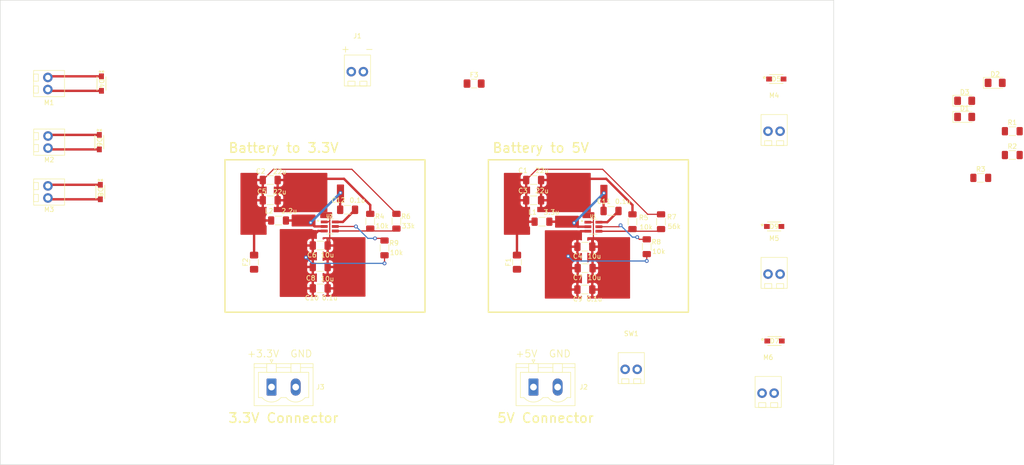
<source format=kicad_pcb>
(kicad_pcb (version 20211014) (generator pcbnew)
  (layers (0 "F.Cu" signal) (31 "B.Cu" signal) (34 "B.Paste" user) (35 "F.Paste" user) (36 "B.SilkS" user "B.Silkscreen") (37 "F.SilkS" user "F.Silkscreen") (38 "B.Mask" user) (39 "F.Mask" user) (44 "Edge.Cuts" user))
  (net 0 "")
  (net 1 "+5V")
  (net 2 "GND")
  (net 3 "+3.3V")
  (net 4 "/vin")
  (net 5 "/sw1")
  (net 6 "/vbst1")
  (net 7 "/sw2")
  (net 8 "/vbst2")
  (net 9 "/vfb2")
  (net 10 "/vfb1")
  (net 11 "/en1")
  (net 12 "/en2")
  (net 13 "/vout1")
  (net 14 "/vout2")
  (net 15 "Net-(D1-Pad2)")
  (net 16 "+12V")
  (net 17 "Net-(D2-Pad2)")
  (net 18 "Net-(D3-Pad1)")
  (net 19 "Net-(D3-Pad2)")
  (footprint "RB070MM:DIO_RB051MM_ROM-M" (layer "F.Cu") (at 230.45 34.045)
    (fp_text reference "D5" (at 0 0 unlocked) (layer "F.SilkS"))
    (fp_text value "D")
    (fp_text user "*" (at -2.5019 0) (layer "F.SilkS"))
    (fp_text user "*" (at -2.5019 0 unlocked) (layer "F.SilkS"))
    (fp_line (start 1.4224 -0.9271) (end -1.4224 -0.9271) (layer "F.SilkS") (width 0.1524))
    (fp_line (start -1.4224 0.9271) (end 1.4224 0.9271) (layer "F.SilkS") (width 0.1524))
    (pad "1" smd rect (at -1.524 0) (size 1.1938 1.0414) (layers "F.Cu" "F.Paste" "F.Mask") (net 16 "+12V"))
    (pad "2" smd rect (at 1.524 0) (size 1.1938 1.0414) (layers "F.Cu" "F.Paste" "F.Mask") (net 2 "GND"))
    (zone (net 0) (net_name "") (layer "F.Cu") (connect_pads (clearance 0)) (min_thickness 0.254)
      (keepout (tracks not_allowed) (vias not_allowed) (pads allowed) (copperpour not_allowed) (footprints allowed))
      (fill (thermal_gap 0.508) (thermal_bridge_width 0.508))
      (polygon (pts (xy 229.5737 33.2957) (xy 231.3263 33.2957) (xy 231.3263 34.7943) (xy 229.5737 34.7943)))
    )
  )
  (footprint "Capacitor_SMD:C_1206_3216Metric_Pad1.33x1.80mm_HandSolder" (layer "F.Cu") (at 134.6875 73.5 180)
    (fp_text reference "C8" (at 2 -2.35) (layer "F.SilkS"))
    (fp_text value "10u" (at -1.5 -2.5) (layer "F.SilkS"))
    (fp_line (start -0.711252 -0.91) (end 0.711252 -0.91) (layer "F.SilkS") (width 0.12))
    (fp_line (start -0.711252 0.91) (end 0.711252 0.91) (layer "F.SilkS") (width 0.12))
    (pad "1" smd roundrect (at -1.5625 0 180) (size 1.325 1.8) (layers "F.Cu" "F.Paste" "F.Mask") (roundrect_rratio 0.188679) (net 2 "GND"))
    (pad "2" smd roundrect (at 1.5625 0 180) (size 1.325 1.8) (layers "F.Cu" "F.Paste" "F.Mask") (roundrect_rratio 0.188679) (net 4 "/vin"))
  )
  (footprint "Power_Dist:Molex_Screw_Term_0397730002" (layer "F.Cu") (at 230 75)
    (fp_text reference "M5" (at 0 -7.5 unlocked) (layer "F.SilkS"))
    (fp_text value "Motor_DC")
    (fp_rect (start -0.5 3) (end -2 2) (layer "F.SilkS") (width 0.12) (fill none))
    (fp_rect (start -2.75 -3.5) (end 2.75 3) (layer "F.SilkS") (width 0.12) (fill none))
    (fp_rect (start 2 3) (end 0.5 2) (layer "F.SilkS") (width 0.12) (fill none))
    (pad "1" thru_hole circle (at -1.29 0) (size 2 2) (drill 1.1) (layers *.Cu *.Mask) (net 16 "+12V"))
    (pad "2" thru_hole circle (at 1.25 0) (size 2 2) (drill 1.1) (layers *.Cu *.Mask) (net 2 "GND"))
  )
  (footprint "Power_Dist:Molex_Screw_Term_0397730002" (layer "F.Cu") (at 77.532 47.298 -90)
    (fp_text reference "M2" (at 3.702 -0.25 unlocked) (layer "F.SilkS"))
    (fp_text value "Motor_DC")
    (fp_rect (start -2.75 -3.5) (end 2.75 3) (layer "F.SilkS") (width 0.12) (fill none))
    (fp_rect (start 2 3) (end 0.5 2) (layer "F.SilkS") (width 0.12) (fill none))
    (fp_rect (start -0.5 3) (end -2 2) (layer "F.SilkS") (width 0.12) (fill none))
    (pad "1" thru_hole circle (at -1.29 0 270) (size 2 2) (drill 1.1) (layers *.Cu *.Mask) (net 16 "+12V"))
    (pad "2" thru_hole circle (at 1.25 0 270) (size 2 2) (drill 1.1) (layers *.Cu *.Mask) (net 2 "GND"))
  )
  (footprint "Capacitor_SMD:C_1206_3216Metric_Pad1.33x1.80mm_HandSolder" (layer "F.Cu") (at 179.5 59.5)
    (fp_text reference "C3" (at -2.25 -2) (layer "F.SilkS"))
    (fp_text value "22u" (at 1.75 -2) (layer "F.SilkS"))
    (fp_line (start -0.711252 -0.91) (end 0.711252 -0.91) (layer "F.SilkS") (width 0.12))
    (fp_line (start -0.711252 0.91) (end 0.711252 0.91) (layer "F.SilkS") (width 0.12))
    (pad "1" smd roundrect (at -1.5625 0) (size 1.325 1.8) (layers "F.Cu" "F.Paste" "F.Mask") (roundrect_rratio 0.188679) (net 13 "/vout1"))
    (pad "2" smd roundrect (at 1.5625 0) (size 1.325 1.8) (layers "F.Cu" "F.Paste" "F.Mask") (roundrect_rratio 0.188679) (net 2 "GND"))
  )
  (footprint "Resistor_SMD:R_1206_3216Metric_Pad1.30x1.75mm_HandSolder" (layer "F.Cu") (at 181.25 64)
    (fp_text reference "L1" (at -2 -2) (layer "F.SilkS"))
    (fp_text value "3.3u" (at 2 -2) (layer "F.SilkS"))
    (fp_line (start -0.727064 -0.91) (end 0.727064 -0.91) (layer "F.SilkS") (width 0.12))
    (fp_line (start -0.727064 0.91) (end 0.727064 0.91) (layer "F.SilkS") (width 0.12))
    (pad "1" smd roundrect (at -1.55 0) (size 1.3 1.75) (layers "F.Cu" "F.Paste" "F.Mask") (roundrect_rratio 0.192308) (net 13 "/vout1"))
    (pad "2" smd roundrect (at 1.55 0) (size 1.3 1.75) (layers "F.Cu" "F.Paste" "F.Mask") (roundrect_rratio 0.192308) (net 5 "/sw1"))
  )
  (footprint "RB070MM:DIO_RB051MM_ROM-M" (layer "F.Cu") (at 88.75 35 -90)
    (fp_text reference "D4" (at 0 0 -90 unlocked) (layer "F.SilkS"))
    (fp_text value "D")
    (fp_text user "*" (at -2.5019 0 90) (layer "F.SilkS"))
    (fp_text user "*" (at -2.5019 0 -90 unlocked) (layer "F.SilkS"))
    (fp_line (start -1.4224 0.9271) (end 1.4224 0.9271) (layer "F.SilkS") (width 0.1524))
    (fp_line (start 1.4224 -0.9271) (end -1.4224 -0.9271) (layer "F.SilkS") (width 0.1524))
    (pad "1" smd rect (at -1.524 0 270) (size 1.1938 1.0414) (layers "F.Cu" "F.Paste" "F.Mask") (net 16 "+12V"))
    (pad "2" smd rect (at 1.524 0 270) (size 1.1938 1.0414) (layers "F.Cu" "F.Paste" "F.Mask") (net 2 "GND"))
    (zone (net 0) (net_name "") (layer "F.Cu") (connect_pads (clearance 0)) (min_thickness 0.254)
      (keepout (tracks not_allowed) (vias not_allowed) (pads allowed) (copperpour not_allowed) (footprints allowed))
      (fill (thermal_gap 0.508) (thermal_bridge_width 0.508))
      (polygon (pts (xy 89.4993 34.1237) (xy 89.4993 35.8763) (xy 88.0007 35.8763) (xy 88.0007 34.1237)))
    )
  )
  (footprint "Power_Dist:Molex_Screw_Term_0397730002" (layer "F.Cu") (at 228.75 100)
    (fp_text reference "M6" (at 0 -7.5 unlocked) (layer "F.SilkS"))
    (fp_text value "Motor_DC")
    (fp_rect (start -2.75 -3.5) (end 2.75 3) (layer "F.SilkS") (width 0.12) (fill none))
    (fp_rect (start 2 3) (end 0.5 2) (layer "F.SilkS") (width 0.12) (fill none))
    (fp_rect (start -0.5 3) (end -2 2) (layer "F.SilkS") (width 0.12) (fill none))
    (pad "1" thru_hole circle (at -1.29 0) (size 2 2) (drill 1.1) (layers *.Cu *.Mask) (net 16 "+12V"))
    (pad "2" thru_hole circle (at 1.25 0) (size 2 2) (drill 1.1) (layers *.Cu *.Mask) (net 2 "GND"))
  )
  (footprint "Capacitor_SMD:C_1206_3216Metric_Pad1.33x1.80mm_HandSolder" (layer "F.Cu") (at 190.25 69.25 180)
    (fp_text reference "C4" (at 1.5 -2) (layer "F.SilkS"))
    (fp_text value "10u" (at -2 -2) (layer "F.SilkS"))
    (fp_line (start -0.711252 -0.91) (end 0.711252 -0.91) (layer "F.SilkS") (width 0.12))
    (fp_line (start -0.711252 0.91) (end 0.711252 0.91) (layer "F.SilkS") (width 0.12))
    (pad "1" smd roundrect (at -1.5625 0 180) (size 1.325 1.8) (layers "F.Cu" "F.Paste" "F.Mask") (roundrect_rratio 0.188679) (net 2 "GND"))
    (pad "2" smd roundrect (at 1.5625 0 180) (size 1.325 1.8) (layers "F.Cu" "F.Paste" "F.Mask") (roundrect_rratio 0.188679) (net 4 "/vin"))
  )
  (footprint "LED_SMD:LED_1206_3216Metric_Pad1.42x1.75mm_HandSolder" (layer "F.Cu") (at 270 38.61)
    (fp_text reference "D3" (at 0 -1.82) (layer "F.SilkS"))
    (fp_text value "LED")
    (fp_line (start -2.46 1.135) (end 1.6 1.135) (layer "F.SilkS") (width 0.12))
    (fp_line (start 1.6 -1.135) (end -2.46 -1.135) (layer "F.SilkS") (width 0.12))
    (fp_line (start -2.46 -1.135) (end -2.46 1.135) (layer "F.SilkS") (width 0.12))
    (pad "1" smd roundrect (at -1.4875 0) (size 1.425 1.75) (layers "F.Cu" "F.Paste" "F.Mask") (roundrect_rratio 0.175439) (net 18 "Net-(D3-Pad1)"))
    (pad "2" smd roundrect (at 1.4875 0) (size 1.425 1.75) (layers "F.Cu" "F.Paste" "F.Mask") (roundrect_rratio 0.175439) (net 19 "Net-(D3-Pad2)"))
  )
  (footprint "Resistor_SMD:R_1206_3216Metric_Pad1.30x1.75mm_HandSolder" (layer "F.Cu") (at 280 45)
    (fp_text reference "R1" (at 0 -1.82) (layer "F.SilkS"))
    (fp_text value "10k")
    (fp_line (start -0.727064 0.91) (end 0.727064 0.91) (layer "F.SilkS") (width 0.12))
    (fp_line (start -0.727064 -0.91) (end 0.727064 -0.91) (layer "F.SilkS") (width 0.12))
    (pad "1" smd roundrect (at -1.55 0) (size 1.3 1.75) (layers "F.Cu" "F.Paste" "F.Mask") (roundrect_rratio 0.192308) (net 13 "/vout1"))
    (pad "2" smd roundrect (at 1.55 0) (size 1.3 1.75) (layers "F.Cu" "F.Paste" "F.Mask") (roundrect_rratio 0.192308) (net 15 "Net-(D1-Pad2)"))
  )
  (footprint "Capacitor_SMD:C_1206_3216Metric_Pad1.33x1.80mm_HandSolder" (layer "F.Cu") (at 190.25 78.25 180)
    (fp_text reference "C9" (at 1.5 -2) (layer "F.SilkS"))
    (fp_text value "0.1u" (at -2 -2) (layer "F.SilkS"))
    (fp_line (start -0.711252 0.91) (end 0.711252 0.91) (layer "F.SilkS") (width 0.12))
    (fp_line (start -0.711252 -0.91) (end 0.711252 -0.91) (layer "F.SilkS") (width 0.12))
    (pad "1" smd roundrect (at -1.5625 0 180) (size 1.325 1.8) (layers "F.Cu" "F.Paste" "F.Mask") (roundrect_rratio 0.188679) (net 2 "GND"))
    (pad "2" smd roundrect (at 1.5625 0 180) (size 1.325 1.8) (layers "F.Cu" "F.Paste" "F.Mask") (roundrect_rratio 0.188679) (net 4 "/vin"))
  )
  (footprint "Resistor_SMD:R_1206_3216Metric_Pad1.30x1.75mm_HandSolder" (layer "F.Cu") (at 125.9375 63.75)
    (fp_text reference "L2" (at -2 -2) (layer "F.SilkS"))
    (fp_text value "2.2u" (at 2.25 -2) (layer "F.SilkS"))
    (fp_line (start -0.727064 0.91) (end 0.727064 0.91) (layer "F.SilkS") (width 0.12))
    (fp_line (start -0.727064 -0.91) (end 0.727064 -0.91) (layer "F.SilkS") (width 0.12))
    (pad "1" smd roundrect (at -1.55 0) (size 1.3 1.75) (layers "F.Cu" "F.Paste" "F.Mask") (roundrect_rratio 0.192308) (net 14 "/vout2"))
    (pad "2" smd roundrect (at 1.55 0) (size 1.3 1.75) (layers "F.Cu" "F.Paste" "F.Mask") (roundrect_rratio 0.192308) (net 7 "/sw2"))
  )
  (footprint "Capacitor_SMD:C_1206_3216Metric_Pad1.33x1.80mm_HandSolder" (layer "F.Cu") (at 179.5 55.25)
    (fp_text reference "C1" (at -2.25 -2) (layer "F.SilkS"))
    (fp_text value "22u" (at 1.75 -2) (layer "F.SilkS"))
    (fp_line (start -0.711252 -0.91) (end 0.711252 -0.91) (layer "F.SilkS") (width 0.12))
    (fp_line (start -0.711252 0.91) (end 0.711252 0.91) (layer "F.SilkS") (width 0.12))
    (pad "1" smd roundrect (at -1.5625 0) (size 1.325 1.8) (layers "F.Cu" "F.Paste" "F.Mask") (roundrect_rratio 0.188679) (net 13 "/vout1"))
    (pad "2" smd roundrect (at 1.5625 0) (size 1.325 1.8) (layers "F.Cu" "F.Paste" "F.Mask") (roundrect_rratio 0.188679) (net 2 "GND"))
  )
  (footprint "Capacitor_SMD:C_1206_3216Metric_Pad1.33x1.80mm_HandSolder" (layer "F.Cu") (at 140.4375 61.5)
    (fp_text reference "C12" (at -1.9375 -2) (layer "F.SilkS"))
    (fp_text value "0.1u" (at 2.0625 -2) (layer "F.SilkS"))
    (fp_line (start -0.711252 -0.91) (end 0.711252 -0.91) (layer "F.SilkS") (width 0.12))
    (fp_line (start -0.711252 0.91) (end 0.711252 0.91) (layer "F.SilkS") (width 0.12))
    (pad "1" smd roundrect (at -1.5625 0) (size 1.325 1.8) (layers "F.Cu" "F.Paste" "F.Mask") (roundrect_rratio 0.188679) (net 7 "/sw2"))
    (pad "2" smd roundrect (at 1.5625 0) (size 1.325 1.8) (layers "F.Cu" "F.Paste" "F.Mask") (roundrect_rratio 0.188679) (net 8 "/vbst2"))
  )
  (footprint "Fuse:Fuse_1206_3216Metric_Pad1.42x1.75mm_HandSolder" (layer "F.Cu") (at 120.8 72.5 90)
    (fp_text reference "F2" (at 0 -1.82 90) (layer "F.SilkS"))
    (fp_text value "Fuse")
    (fp_line (start -0.602064 -0.91) (end 0.602064 -0.91) (layer "F.SilkS") (width 0.12))
    (fp_line (start -0.602064 0.91) (end 0.602064 0.91) (layer "F.SilkS") (width 0.12))
    (pad "1" smd roundrect (at -1.4875 0 90) (size 1.425 1.75) (layers "F.Cu" "F.Paste" "F.Mask") (roundrect_rratio 0.175439) (net 3 "+3.3V"))
    (pad "2" smd roundrect (at 1.4875 0 90) (size 1.425 1.75) (layers "F.Cu" "F.Paste" "F.Mask") (roundrect_rratio 0.175439) (net 14 "/vout2"))
  )
  (footprint "Power_Dist:TPS565201" (layer "F.Cu") (at 192.05 65.05375)
    (fp_text reference "U1" (at -0.068 -2.2064) (layer "F.SilkS") (effects (font (size 0.64 0.64))))
    (fp_text value "TPS565201")
    (fp_line (start -0.8 1.565) (end 0.8 1.565) (layer "F.SilkS") (width 0.127))
    (fp_line (start -0.8 -1.565) (end 0.8 -1.565) (layer "F.SilkS") (width 0.127))
    (fp_circle (center -2.4 -1.2) (end -2.3 -1.2) (layer "F.SilkS") (width 0.2) (fill none))
    (pad "1" smd roundrect (at -1.155 -0.95) (size 1.45 0.59) (layers "F.Cu" "F.Paste" "F.Mask") (roundrect_rratio 0.07) (net 2 "GND"))
    (pad "2" smd roundrect (at -1.155 0) (size 1.45 0.59) (layers "F.Cu" "F.Paste" "F.Mask") (roundrect_rratio 0.07) (net 5 "/sw1"))
    (pad "3" smd roundrect (at -1.155 0.95) (size 1.45 0.59) (layers "F.Cu" "F.Paste" "F.Mask") (roundrect_rratio 0.07) (net 4 "/vin"))
    (pad "4" smd roundrect (at 1.155 0.95) (size 1.45 0.59) (layers "F.Cu" "F.Paste" "F.Mask") (roundrect_rratio 0.07) (net 10 "/vfb1"))
    (pad "5" smd roundrect (at 1.155 0) (size 1.45 0.59) (layers "F.Cu" "F.Paste" "F.Mask") (roundrect_rratio 0.07) (net 11 "/en1"))
    (pad "6" smd roundrect (at 1.155 -0.95) (size 1.45 0.59) (layers "F.Cu" "F.Paste" "F.Mask") (roundrect_rratio 0.07) (net 6 "/vbst1"))
  )
  (footprint "Power_Dist:Molex_Screw_Term_0397730002" (layer "F.Cu") (at 142.5 32.5)
    (fp_text reference "J1" (at 0 -7.5 unlocked) (layer "F.SilkS"))
    (fp_text value "Battery Connector")
    (fp_rect (start 2 3) (end 0.5 2) (layer "F.SilkS") (width 0.12) (fill none))
    (fp_rect (start -2.75 -3.5) (end 2.75 3) (layer "F.SilkS") (width 0.12) (fill none))
    (fp_rect (start -0.5 3) (end -2 2) (layer "F.SilkS") (width 0.12) (fill none))
    (pad "1" thru_hole circle (at -1.29 0) (size 2 2) (drill 1.1) (layers *.Cu *.Mask) (net 4 "/vin"))
    (pad "2" thru_hole circle (at 1.25 0) (size 2 2) (drill 1.1) (layers *.Cu *.Mask) (net 2 "GND"))
  )
  (footprint "RB070MM:DIO_RB051MM_ROM-M" (layer "F.Cu") (at 88.3048 47.298 -90)
    (fp_text reference "D6" (at 0 0 -90 unlocked) (layer "F.SilkS"))
    (fp_text value "D")
    (fp_text user "*" (at -2.5019 0 90) (layer "F.SilkS"))
    (fp_text user "*" (at -2.5019 0 -90 unlocked) (layer "F.SilkS"))
    (fp_line (start 1.4224 -0.9271) (end -1.4224 -0.9271) (layer "F.SilkS") (width 0.1524))
    (fp_line (start -1.4224 0.9271) (end 1.4224 0.9271) (layer "F.SilkS") (width 0.1524))
    (pad "1" smd rect (at -1.524 0 270) (size 1.1938 1.0414) (layers "F.Cu" "F.Paste" "F.Mask") (net 16 "+12V"))
    (pad "2" smd rect (at 1.524 0 270) (size 1.1938 1.0414) (layers "F.Cu" "F.Paste" "F.Mask") (net 2 "GND"))
    (zone (net 0) (net_name "") (layer "F.Cu") (connect_pads (clearance 0)) (min_thickness 0.254)
      (keepout (tracks not_allowed) (vias not_allowed) (pads allowed) (copperpour not_allowed) (footprints allowed))
      (fill (thermal_gap 0.508) (thermal_bridge_width 0.508))
      (polygon (pts (xy 89.0541 46.4217) (xy 89.0541 48.1743) (xy 87.5555 48.1743) (xy 87.5555 46.4217)))
    )
  )
  (footprint "Connector_Phoenix_MSTB:PhoenixContact_MSTBVA_2,5_2-G-5,08_1x02_P5.08mm_Vertical" (layer "F.Cu") (at 124.46 98.7225)
    (fp_text reference "J3" (at 10.250289 0) (layer "F.SilkS"))
    (fp_text value "3.3V Connector" (at 2.5 6.5) (layer "F.SilkS") (effects (font (size 2 2) (thickness 0.3))))
    (fp_line (start 6.08 -4.91) (end 6.08 -3.1) (layer "F.SilkS") (width 0.12))
    (fp_line (start 8.73 3.91) (end 8.73 -4.91) (layer "F.SilkS") (width 0.12))
    (fp_line (start -2.74 2.2) (end -2.74 -3.1) (layer "F.SilkS") (width 0.12))
    (fp_line (start 4.08 -4.91) (end 6.08 -4.91) (layer "F.SilkS") (width 0.12))
    (fp_line (start -1 -4.91) (end 1 -4.91) (layer "F.SilkS") (width 0.12))
    (fp_line (start 0.3 -5.71) (end 0 -5.11) (layer "F.SilkS") (width 0.12))
    (fp_line (start -3.65 3.91) (end 8.73 3.91) (layer "F.SilkS") (width 0.12))
    (fp_line (start -0.3 -5.71) (end 0.3 -5.71) (layer "F.SilkS") (width 0.12))
    (fp_line (start -2 2.2) (end -2.74 2.2) (layer "F.SilkS") (width 0.12))
    (fp_line (start -3.65 -4.91) (end -3.65 3.91) (layer "F.SilkS") (width 0.12))
    (fp_line (start 1 -4.91) (end 1 -3.1) (layer "F.SilkS") (width 0.12))
    (fp_line (start 6.08 -3.1) (end 4.08 -3.1) (layer "F.SilkS") (width 0.12))
    (fp_line (start 4.08 -3.1) (end 4.08 -4.91) (layer "F.SilkS") (width 0.12))
    (fp_line (start 8.73 -4.1) (end 6.19 -4.1) (layer "F.SilkS") (width 0.12))
    (fp_line (start -2.74 -3.1) (end 7.82 -3.1) (layer "F.SilkS") (width 0.12))
    (fp_line (start 0 -5.11) (end -0.3 -5.71) (layer "F.SilkS") (width 0.12))
    (fp_line (start 1 -4.1) (end 4.08 -4.1) (layer "F.SilkS") (width 0.12))
    (fp_line (start 7.82 2.2) (end 7.08 2.2) (layer "F.SilkS") (width 0.12))
    (fp_line (start 2 2.2) (end 3.08 2.2) (layer "F.SilkS") (width 0.12))
    (fp_line (start -1 -3.1) (end -1 -4.91) (layer "F.SilkS") (width 0.12))
    (fp_line (start 7.82 -3.1) (end 7.82 2.2) (layer "F.SilkS") (width 0.12))
    (fp_line (start 8.73 -4.91) (end -3.65 -4.91) (layer "F.SilkS") (width 0.12))
    (fp_line (start 1 -3.1) (end -1 -3.1) (layer "F.SilkS") (width 0.12))
    (fp_line (start -3.65 -4.1) (end -1.11 -4.1) (layer "F.SilkS") (width 0.12))
    (fp_arc (start 1.986842 2.215821) (mid -0.010289 3.142758) (end -2 2.2) (layer "F.SilkS") (width 0.12))
    (fp_arc (start 7.066842 2.215821) (mid 5.069711 3.142758) (end 3.08 2.2) (layer "F.SilkS") (width 0.12))
    (pad "1" thru_hole roundrect (at 0 0) (size 2.08 3.6) (drill 1.4) (layers *.Cu *.Mask) (roundrect_rratio 0.120192) (net 3 "+3.3V"))
    (pad "2" thru_hole oval (at 5.08 0) (size 2.08 3.6) (drill 1.4) (layers *.Cu *.Mask) (net 2 "GND"))
  )
  (footprint "Resistor_SMD:R_1206_3216Metric_Pad1.30x1.75mm_HandSolder" (layer "F.Cu") (at 200.25 64 -90)
    (fp_text reference "R5" (at -0.85 -2.35) (layer "F.SilkS"))
    (fp_text value "10k" (at 1.15 -2.85 180) (layer "F.SilkS"))
    (fp_line (start -0.727064 -0.91) (end 0.727064 -0.91) (layer "F.SilkS") (width 0.12))
    (fp_line (start -0.727064 0.91) (end 0.727064 0.91) (layer "F.SilkS") (width 0.12))
    (pad "1" smd roundrect (at -1.55 0 270) (size 1.3 1.75) (layers "F.Cu" "F.Paste" "F.Mask") (roundrect_rratio 0.192308) (net 2 "GND"))
    (pad "2" smd roundrect (at 1.55 0 270) (size 1.3 1.75) (layers "F.Cu" "F.Paste" "F.Mask") (roundrect_rratio 0.192308) (net 10 "/vfb1"))
  )
  (footprint "Resistor_SMD:R_1206_3216Metric_Pad1.30x1.75mm_HandSolder" (layer "F.Cu") (at 206.25 64 90)
    (fp_text reference "R7" (at 1 2.25 180) (layer "F.SilkS"))
    (fp_text value "56k" (at -1 2.75 180) (layer "F.SilkS"))
    (fp_line (start -0.727064 0.91) (end 0.727064 0.91) (layer "F.SilkS") (width 0.12))
    (fp_line (start -0.727064 -0.91) (end 0.727064 -0.91) (layer "F.SilkS") (width 0.12))
    (pad "1" smd roundrect (at -1.55 0 90) (size 1.3 1.75) (layers "F.Cu" "F.Paste" "F.Mask") (roundrect_rratio 0.192308) (net 10 "/vfb1"))
    (pad "2" smd roundrect (at 1.55 0 90) (size 1.3 1.75) (layers "F.Cu" "F.Paste" "F.Mask") (roundrect_rratio 0.192308) (net 13 "/vout1"))
  )
  (footprint "Capacitor_SMD:C_1206_3216Metric_Pad1.33x1.80mm_HandSolder" (layer "F.Cu") (at 124.1875 59.5)
    (fp_text reference "C5" (at -1.75 -1.85) (layer "F.SilkS"))
    (fp_text value "22u" (at 2 -1.75) (layer "F.SilkS"))
    (fp_line (start -0.711252 -0.91) (end 0.711252 -0.91) (layer "F.SilkS") (width 0.12))
    (fp_line (start -0.711252 0.91) (end 0.711252 0.91) (layer "F.SilkS") (width 0.12))
    (pad "1" smd roundrect (at -1.5625 0) (size 1.325 1.8) (layers "F.Cu" "F.Paste" "F.Mask") (roundrect_rratio 0.188679) (net 14 "/vout2"))
    (pad "2" smd roundrect (at 1.5625 0) (size 1.325 1.8) (layers "F.Cu" "F.Paste" "F.Mask") (roundrect_rratio 0.188679) (net 2 "GND"))
  )
  (footprint "Power_Dist:TPS565201" (layer "F.Cu") (at 136.6875 65)
    (fp_text reference "U2" (at -0.068 -2.2064) (layer "F.SilkS") (effects (font (size 0.64 0.64))))
    (fp_text value "TPS565201")
    (fp_line (start -0.8 -1.565) (end 0.8 -1.565) (layer "F.SilkS") (width 0.127))
    (fp_line (start -0.8 1.565) (end 0.8 1.565) (layer "F.SilkS") (width 0.127))
    (fp_circle (center -2.4 -1.2) (end -2.3 -1.2) (layer "F.SilkS") (width 0.2) (fill none))
    (pad "1" smd roundrect (at -1.155 -0.95) (size 1.45 0.59) (layers "F.Cu" "F.Paste" "F.Mask") (roundrect_rratio 0.07) (net 2 "GND"))
    (pad "2" smd roundrect (at -1.155 0) (size 1.45 0.59) (layers "F.Cu" "F.Paste" "F.Mask") (roundrect_rratio 0.07) (net 7 "/sw2"))
    (pad "3" smd roundrect (at -1.155 0.95) (size 1.45 0.59) (layers "F.Cu" "F.Paste" "F.Mask") (roundrect_rratio 0.07) (net 4 "/vin"))
    (pad "4" smd roundrect (at 1.155 0.95) (size 1.45 0.59) (layers "F.Cu" "F.Paste" "F.Mask") (roundrect_rratio 0.07) (net 9 "/vfb2"))
    (pad "5" smd roundrect (at 1.155 0) (size 1.45 0.59) (layers "F.Cu" "F.Paste" "F.Mask") (roundrect_rratio 0.07) (net 12 "/en2"))
    (pad "6" smd roundrect (at 1.155 -0.95) (size 1.45 0.59) (layers "F.Cu" "F.Paste" "F.Mask") (roundrect_rratio 0.07) (net 8 "/vbst2"))
  )
  (footprint "Fuse:Fuse_1206_3216Metric_Pad1.42x1.75mm_HandSolder" (layer "F.Cu") (at 176 72.5 90)
    (fp_text reference "F1" (at 0 -1.82 90) (layer "F.SilkS"))
    (fp_text value "Fuse")
    (fp_line (start -0.602064 -0.91) (end 0.602064 -0.91) (layer "F.SilkS") (width 0.12))
    (fp_line (start -0.602064 0.91) (end 0.602064 0.91) (layer "F.SilkS") (width 0.12))
    (pad "1" smd roundrect (at -1.4875 0 90) (size 1.425 1.75) (layers "F.Cu" "F.Paste" "F.Mask") (roundrect_rratio 0.175439) (net 1 "+5V"))
    (pad "2" smd roundrect (at 1.4875 0 90) (size 1.425 1.75) (layers "F.Cu" "F.Paste" "F.Mask") (roundrect_rratio 0.175439) (net 13 "/vout1"))
  )
  (footprint "Power_Dist:Molex_Screw_Term_0397730002" (layer "F.Cu") (at 77.5 35 -90)
    (fp_text reference "M1" (at 4 -0.25 unlocked) (layer "F.SilkS"))
    (fp_text value "Motor_DC")
    (fp_rect (start -2.75 -3.5) (end 2.75 3) (layer "F.SilkS") (width 0.12) (fill none))
    (fp_rect (start -0.5 3) (end -2 2) (layer "F.SilkS") (width 0.12) (fill none))
    (fp_rect (start 2 3) (end 0.5 2) (layer "F.SilkS") (width 0.12) (fill none))
    (pad "1" thru_hole circle (at -1.29 0 270) (size 2 2) (drill 1.1) (layers *.Cu *.Mask) (net 16 "+12V"))
    (pad "2" thru_hole circle (at 1.25 0 270) (size 2 2) (drill 1.1) (layers *.Cu *.Mask) (net 2 "GND"))
  )
  (footprint "Power_Dist:Molex_Screw_Term_0397730002" (layer "F.Cu") (at 230 45)
    (fp_text reference "M4" (at 0 -7.5 unlocked) (layer "F.SilkS"))
    (fp_text value "Motor_DC")
    (fp_rect (start 2 3) (end 0.5 2) (layer "F.SilkS") (width 0.12) (fill none))
    (fp_rect (start -2.75 -3.5) (end 2.75 3) (layer "F.SilkS") (width 0.12) (fill none))
    (fp_rect (start -0.5 3) (end -2 2) (layer "F.SilkS") (width 0.12) (fill none))
    (pad "1" thru_hole circle (at -1.29 0) (size 2 2) (drill 1.1) (layers *.Cu *.Mask) (net 16 "+12V"))
    (pad "2" thru_hole circle (at 1.25 0) (size 2 2) (drill 1.1) (layers *.Cu *.Mask) (net 2 "GND"))
  )
  (footprint "Resistor_SMD:R_1206_3216Metric_Pad1.30x1.75mm_HandSolder" (layer "F.Cu") (at 280 50)
    (fp_text reference "R2" (at 0 -1.82) (layer "F.SilkS"))
    (fp_text value "10k")
    (fp_line (start -0.727064 -0.91) (end 0.727064 -0.91) (layer "F.SilkS") (width 0.12))
    (fp_line (start -0.727064 0.91) (end 0.727064 0.91) (layer "F.SilkS") (width 0.12))
    (pad "1" smd roundrect (at -1.55 0) (size 1.3 1.75) (layers "F.Cu" "F.Paste" "F.Mask") (roundrect_rratio 0.192308) (net 14 "/vout2"))
    (pad "2" smd roundrect (at 1.55 0) (size 1.3 1.75) (layers "F.Cu" "F.Paste" "F.Mask") (roundrect_rratio 0.192308) (net 17 "Net-(D2-Pad2)"))
  )
  (footprint "Resistor_SMD:R_1206_3216Metric_Pad1.30x1.75mm_HandSolder" (layer "F.Cu") (at 145.1875 63.9 -90)
    (fp_text reference "R4" (at -1 -2 180) (layer "F.SilkS"))
    (fp_text value "10k" (at 1 -2.5 180) (layer "F.SilkS"))
    (fp_line (start -0.727064 -0.91) (end 0.727064 -0.91) (layer "F.SilkS") (width 0.12))
    (fp_line (start -0.727064 0.91) (end 0.727064 0.91) (layer "F.SilkS") (width 0.12))
    (pad "1" smd roundrect (at -1.55 0 270) (size 1.3 1.75) (layers "F.Cu" "F.Paste" "F.Mask") (roundrect_rratio 0.192308) (net 2 "GND"))
    (pad "2" smd roundrect (at 1.55 0 270) (size 1.3 1.75) (layers "F.Cu" "F.Paste" "F.Mask") (roundrect_rratio 0.192308) (net 9 "/vfb2"))
  )
  (footprint "RB070MM:DIO_RB051MM_ROM-M" (layer "F.Cu") (at 230.08 89.045)
    (fp_text reference "D7" (at 0 0 unlocked) (layer "F.SilkS"))
    (fp_text value "D")
    (fp_text user "*" (at -2.5019 0 unlocked) (layer "F.SilkS"))
    (fp_text user "*" (at -2.5019 0) (layer "F.SilkS"))
    (fp_line (start 1.4224 -0.9271) (end -1.4224 -0.9271) (layer "F.SilkS") (width 0.1524))
    (fp_line (start -1.4224 0.9271) (end 1.4224 0.9271) (layer "F.SilkS") (width 0.1524))
    (pad "1" smd rect (at -1.524 0) (size 1.1938 1.0414) (layers "F.Cu" "F.Paste" "F.Mask") (net 16 "+12V"))
    (pad "2" smd rect (at 1.524 0) (size 1.1938 1.0414) (layers "F.Cu" "F.Paste" "F.Mask") (net 2 "GND"))
    (zone (net 0) (net_name "") (layer "F.Cu") (connect_pads (clearance 0)) (min_thickness 0.254)
      (keepout (tracks not_allowed) (vias not_allowed) (pads allowed) (copperpour not_allowed) (footprints allowed))
      (fill (thermal_gap 0.508) (thermal_bridge_width 0.508))
      (polygon (pts (xy 229.2037 88.2957) (xy 230.9563 88.2957) (xy 230.9563 89.7943) (xy 229.2037 89.7943)))
    )
  )
  (footprint "Capacitor_SMD:C_1206_3216Metric_Pad1.33x1.80mm_HandSolder" (layer "F.Cu") (at 134.6875 69 180)
    (fp_text reference "C6" (at 1.75 -2) (layer "F.SilkS"))
    (fp_text value "10u" (at -1.5 -2) (layer "F.SilkS"))
    (fp_line (start -0.711252 -0.91) (end 0.711252 -0.91) (layer "F.SilkS") (width 0.12))
    (fp_line (start -0.711252 0.91) (end 0.711252 0.91) (layer "F.SilkS") (width 0.12))
    (pad "1" smd roundrect (at -1.5625 0 180) (size 1.325 1.8) (layers "F.Cu" "F.Paste" "F.Mask") (roundrect_rratio 0.188679) (net 2 "GND"))
    (pad "2" smd roundrect (at 1.5625 0 180) (size 1.325 1.8) (layers "F.Cu" "F.Paste" "F.Mask") (roundrect_rratio 0.188679) (net 4 "/vin"))
  )
  (footprint "Resistor_SMD:R_1206_3216Metric_Pad1.30x1.75mm_HandSolder" (layer "F.Cu") (at 148.1875 69.5 -90)
    (fp_text reference "R9" (at -1 -2) (layer "F.SilkS"))
    (fp_text value "10k" (at 1 -2.5 180) (layer "F.SilkS"))
    (fp_line (start -0.727064 -0.91) (end 0.727064 -0.91) (layer "F.SilkS") (width 0.12))
    (fp_line (start -0.727064 0.91) (end 0.727064 0.91) (layer "F.SilkS") (width 0.12))
    (pad "1" smd roundrect (at -1.55 0 270) (size 1.3 1.75) (layers "F.Cu" "F.Paste" "F.Mask") (roundrect_rratio 0.192308) (net 12 "/en2"))
    (pad "2" smd roundrect (at 1.55 0 270) (size 1.3 1.75) (layers "F.Cu" "F.Paste" "F.Mask") (roundrect_rratio 0.192308) (net 4 "/vin"))
  )
  (footprint "LED_SMD:LED_1206_3216Metric_Pad1.42x1.75mm_HandSolder" (layer "F.Cu") (at 270 42)
    (fp_text reference "D1" (at 0 -1.82) (layer "F.SilkS"))
    (fp_text value "LED")
    (fp_line (start 1.6 -1.135) (end -2.46 -1.135) (layer "F.SilkS") (width 0.12))
    (fp_line (start -2.46 -1.135) (end -2.46 1.135) (layer "F.SilkS") (width 0.12))
    (fp_line (start -2.46 1.135) (end 1.6 1.135) (layer "F.SilkS") (width 0.12))
    (pad "1" smd roundrect (at -1.4875 0) (size 1.425 1.75) (layers "F.Cu" "F.Paste" "F.Mask") (roundrect_rratio 0.175439) (net 1 "+5V"))
    (pad "2" smd roundrect (at 1.4875 0) (size 1.425 1.75) (layers "F.Cu" "F.Paste" "F.Mask") (roundrect_rratio 0.175439) (net 15 "Net-(D1-Pad2)"))
  )
  (footprint "Power_Dist:Molex_Screw_Term_0397730002" (layer "F.Cu") (at 200 95)
    (fp_text reference "SW1" (at 0 -7.5 unlocked) (layer "F.SilkS"))
    (fp_text value "Emergency Stop")
    (fp_rect (start -2.75 -3.5) (end 2.75 3) (layer "F.SilkS") (width 0.12) (fill none))
    (fp_rect (start 2 3) (end 0.5 2) (layer "F.SilkS") (width 0.12) (fill none))
    (fp_rect (start -0.5 3) (end -2 2) (layer "F.SilkS") (width 0.12) (fill none))
    (pad "1" thru_hole circle (at -1.29 0) (size 2 2) (drill 1.1) (layers *.Cu *.Mask) (net 18 "Net-(D3-Pad1)"))
    (pad "2" thru_hole circle (at 1.25 0) (size 2 2) (drill 1.1) (layers *.Cu *.Mask) (net 16 "+12V"))
  )
  (footprint "Resistor_SMD:R_1206_3216Metric_Pad1.30x1.75mm_HandSolder" (layer "F.Cu") (at 273.38 54.8)
    (fp_text reference "R3" (at 0 -1.82) (layer "F.SilkS"))
    (fp_text value "10k")
    (fp_line (start -0.727064 -0.91) (end 0.727064 -0.91) (layer "F.SilkS") (width 0.12))
    (fp_line (start -0.727064 0.91) (end 0.727064 0.91) (layer "F.SilkS") (width 0.12))
    (pad "1" smd roundrect (at -1.55 0) (size 1.3 1.75) (layers "F.Cu" "F.Paste" "F.Mask") (roundrect_rratio 0.192308) (net 4 "/vin"))
    (pad "2" smd roundrect (at 1.55 0) (size 1.3 1.75) (layers "F.Cu" "F.Paste" "F.Mask") (roundrect_rratio 0.192308) (net 19 "Net-(D3-Pad2)"))
  )
  (footprint "RB070MM:DIO_RB051MM_ROM-M" (layer "F.Cu") (at 88.516 57.774 -90)
    (fp_text reference "D8" (at 0 0 -90 unlocked) (layer "F.SilkS"))
    (fp_text value "D")
    (fp_text user "*" (at -2.5019 0 90) (layer "F.SilkS"))
    (fp_text user "*" (at -2.5019 0 -90 unlocked) (layer "F.SilkS"))
    (fp_line (start -1.4224 0.9271) (end 1.4224 0.9271) (layer "F.SilkS") (width 0.1524))
    (fp_line (start 1.4224 -0.9271) (end -1.4224 -0.9271) (layer "F.SilkS") (width 0.1524))
    (pad "1" smd rect (at -1.524 0 270) (size 1.1938 1.0414) (layers "F.Cu" "F.Paste" "F.Mask") (net 16 "+12V"))
    (pad "2" smd rect (at 1.524 0 270) (size 1.1938 1.0414) (layers "F.Cu" "F.Paste" "F.Mask") (net 2 "GND"))
    (zone (net 0) (net_name "") (layer "F.Cu") (connect_pads (clearance 0)) (min_thickness 0.254)
      (keepout (tracks not_allowed) (vias not_allowed) (pads allowed) (copperpour not_allowed) (footprints allowed))
      (fill (thermal_gap 0.508) (thermal_bridge_width 0.508))
      (polygon (pts (xy 89.2653 56.8977) (xy 89.2653 58.6503) (xy 87.7667 58.6503) (xy 87.7667 56.8977)))
    )
  )
  (footprint "Capacitor_SMD:C_1206_3216Metric_Pad1.33x1.80mm_HandSolder" (layer "F.Cu") (at 190.3125 73.75 180)
    (fp_text reference "C7" (at 1.5625 -2) (layer "F.SilkS"))
    (fp_text value "10u" (at -1.9375 -2) (layer "F.SilkS"))
    (fp_line (start -0.711252 -0.91) (end 0.711252 -0.91) (layer "F.SilkS") (width 0.12))
    (fp_line (start -0.711252 0.91) (end 0.711252 0.91) (layer "F.SilkS") (width 0.12))
    (pad "1" smd roundrect (at -1.5625 0 180) (size 1.325 1.8) (layers "F.Cu" "F.Paste" "F.Mask") (roundrect_rratio 0.188679) (net 2 "GND"))
    (pad "2" smd roundrect (at 1.5625 0 180) (size 1.325 1.8) (layers "F.Cu" "F.Paste" "F.Mask") (roundrect_rratio 0.188679) (net 4 "/vin"))
  )
  (footprint "Capacitor_SMD:C_1206_3216Metric_Pad1.33x1.80mm_HandSolder" (layer "F.Cu") (at 134.6875 78 180)
    (fp_text reference "C10" (at 1.75 -2) (layer "F.SilkS"))
    (fp_text value "0.1u" (at -2 -2) (layer "F.SilkS"))
    (fp_line (start -0.711252 -0.91) (end 0.711252 -0.91) (layer "F.SilkS") (width 0.12))
    (fp_line (start -0.711252 0.91) (end 0.711252 0.91) (layer "F.SilkS") (width 0.12))
    (pad "1" smd roundrect (at -1.5625 0 180) (size 1.325 1.8) (layers "F.Cu" "F.Paste" "F.Mask") (roundrect_rratio 0.188679) (net 2 "GND"))
    (pad "2" smd roundrect (at 1.5625 0 180) (size 1.325 1.8) (layers "F.Cu" "F.Paste" "F.Mask") (roundrect_rratio 0.188679) (net 4 "/vin"))
  )
  (footprint "Fuse:Fuse_1206_3216Metric_Pad1.42x1.75mm_HandSolder" (layer "F.Cu") (at 167 35)
    (fp_text reference "F3" (at 0 -1.82) (layer "F.SilkS"))
    (fp_text value "Fuse")
    (fp_line (start -0.602064 0.91) (end 0.602064 0.91) (layer "F.SilkS") (width 0.12))
    (fp_line (start -0.602064 -0.91) (end 0.602064 -0.91) (layer "F.SilkS") (width 0.12))
    (pad "1" smd roundrect (at -1.4875 0) (size 1.425 1.75) (layers "F.Cu" "F.Paste" "F.Mask") (roundrect_rratio 0.175439) (net 4 "/vin"))
    (pad "2" smd roundrect (at 1.4875 0) (size 1.425 1.75) (layers "F.Cu" "F.Paste" "F.Mask") (roundrect_rratio 0.175439) (net 18 "Net-(D3-Pad1)"))
  )
  (footprint "LED_SMD:LED_1206_3216Metric_Pad1.42x1.75mm_HandSolder" (layer "F.Cu") (at 276.41 34.85)
    (fp_text reference "D2" (at 0 -1.82) (layer "F.SilkS"))
    (fp_text value "LED")
    (fp_line (start -2.46 1.135) (end 1.6 1.135) (layer "F.SilkS") (width 0.12))
    (fp_line (start -2.46 -1.135) (end -2.46 1.135) (layer "F.SilkS") (width 0.12))
    (fp_line (start 1.6 -1.135) (end -2.46 -1.135) (layer "F.SilkS") (width 0.12))
    (pad "1" smd roundrect (at -1.4875 0) (size 1.425 1.75) (layers "F.Cu" "F.Paste" "F.Mask") (roundrect_rratio 0.175439) (net 3 "+3.3V"))
    (pad "2" smd roundrect (at 1.4875 0) (size 1.425 1.75) (layers "F.Cu" "F.Paste" "F.Mask") (roundrect_rratio 0.175439) (net 17 "Net-(D2-Pad2)"))
  )
  (footprint "Capacitor_SMD:C_1206_3216Metric_Pad1.33x1.80mm_HandSolder" (layer "F.Cu") (at 195.75 61.75)
    (fp_text reference "C11" (at -1.5 -2) (layer "F.SilkS"))
    (fp_text value "0.1u" (at 2.5 -2) (layer "F.SilkS"))
    (fp_line (start -0.711252 0.91) (end 0.711252 0.91) (layer "F.SilkS") (width 0.12))
    (fp_line (start -0.711252 -0.91) (end 0.711252 -0.91) (layer "F.SilkS") (width 0.12))
    (pad "1" smd roundrect (at -1.5625 0) (size 1.325 1.8) (layers "F.Cu" "F.Paste" "F.Mask") (roundrect_rratio 0.188679) (net 5 "/sw1"))
    (pad "2" smd roundrect (at 1.5625 0) (size 1.325 1.8) (layers "F.Cu" "F.Paste" "F.Mask") (roundrect_rratio 0.188679) (net 6 "/vbst1"))
  )
  (footprint "Capacitor_SMD:C_1206_3216Metric_Pad1.33x1.80mm_HandSolder" (layer "F.Cu") (at 124.1875 55.25)
    (fp_text reference "C2" (at -2 -1.85) (layer "F.SilkS"))
    (fp_text value "22u" (at 2 -1.75) (layer "F.SilkS"))
    (fp_line (start -0.711252 0.91) (end 0.711252 0.91) (layer "F.SilkS") (width 0.12))
    (fp_line (start -0.711252 -0.91) (end 0.711252 -0.91) (layer "F.SilkS") (width 0.12))
    (pad "1" smd roundrect (at -1.5625 0) (size 1.325 1.8) (layers "F.Cu" "F.Paste" "F.Mask") (roundrect_rratio 0.188679) (net 14 "/vout2"))
    (pad "2" smd roundrect (at 1.5625 0) (size 1.325 1.8) (layers "F.Cu" "F.Paste" "F.Mask") (roundrect_rratio 0.188679) (net 2 "GND"))
  )
  (footprint "Resistor_SMD:R_1206_3216Metric_Pad1.30x1.75mm_HandSolder" (layer "F.Cu") (at 150.6875 63.9 90)
    (fp_text reference "R6" (at 1 2 180) (layer "F.SilkS"))
    (fp_text value "33k" (at -1 2.5 180) (layer "F.SilkS"))
    (fp_line (start -0.727064 0.91) (end 0.727064 0.91) (layer "F.SilkS") (width 0.12))
    (fp_line (start -0.727064 -0.91) (end 0.727064 -0.91) (layer "F.SilkS") (width 0.12))
    (pad "1" smd roundrect (at -1.55 0 90) (size 1.3 1.75) (layers "F.Cu" "F.Paste" "F.Mask") (roundrect_rratio 0.192308) (net 9 "/vfb2"))
    (pad "2" smd roundrect (at 1.55 0 90) (size 1.3 1.75) (layers "F.Cu" "F.Paste" "F.Mask") (roundrect_rratio 0.192308) (net 14 "/vout2"))
  )
  (footprint "Power_Dist:Molex_Screw_Term_0397730002" (layer "F.Cu") (at 77.516 57.774 -90)
    (fp_text reference "M3" (at 3.6575 -0.25 unlocked) (layer "F.SilkS"))
    (fp_text value "Motor_DC")
    (fp_rect (start -2.75 -3.5) (end 2.75 3) (layer "F.SilkS") (width 0.12) (fill none))
    (fp_rect (start 2 3) (end 0.5 2) (layer "F.SilkS") (width 0.12) (fill none))
    (fp_rect (start -0.5 3) (end -2 2) (layer "F.SilkS") (width 0.12) (fill none))
    (pad "1" thru_hole circle (at -1.29 0 270) (size 2 2) (drill 1.1) (layers *.Cu *.Mask) (net 16 "+12V"))
    (pad "2" thru_hole circle (at 1.25 0 270) (size 2 2) (drill 1.1) (layers *.Cu *.Mask) (net 2 "GND"))
  )
  (footprint "Connector_Phoenix_MSTB:PhoenixContact_MSTBVA_2,5_2-G-5,08_1x02_P5.08mm_Vertical" (layer "F.Cu") (at 179.46 98.7225)
    (fp_text reference "J2" (at 10.54 0) (layer "F.SilkS"))
    (fp_text value "5V Connector" (at 2.54 6.5) (layer "F.SilkS") (effects (font (size 2 2) (thickness 0.3))))
    (fp_line (start 0 -5.11) (end -0.3 -5.71) (layer "F.SilkS") (width 0.12))
    (fp_line (start 8.73 -4.91) (end -3.65 -4.91) (layer "F.SilkS") (width 0.12))
    (fp_line (start 4.08 -3.1) (end 4.08 -4.91) (layer "F.SilkS") (width 0.12))
    (fp_line (start -2 2.2) (end -2.74 2.2) (layer "F.SilkS") (width 0.12))
    (fp_line (start 8.73 3.91) (end 8.73 -4.91) (layer "F.SilkS") (width 0.12))
    (fp_line (start 6.08 -3.1) (end 4.08 -3.1) (layer "F.SilkS") (width 0.12))
    (fp_line (start -0.3 -5.71) (end 0.3 -5.71) (layer "F.SilkS") (width 0.12))
    (fp_line (start -1 -4.91) (end 1 -4.91) (layer "F.SilkS") (width 0.12))
    (fp_line (start -2.74 2.2) (end -2.74 -3.1) (layer "F.SilkS") (width 0.12))
    (fp_line (start 4.08 -4.91) (end 6.08 -4.91) (layer "F.SilkS") (width 0.12))
    (fp_line (start 6.08 -4.91) (end 6.08 -3.1) (layer "F.SilkS") (width 0.12))
    (fp_line (start -3.65 -4.1) (end -1.11 -4.1) (layer "F.SilkS") (width 0.12))
    (fp_line (start -3.65 -4.91) (end -3.65 3.91) (layer "F.SilkS") (width 0.12))
    (fp_line (start 8.73 -4.1) (end 6.19 -4.1) (layer "F.SilkS") (width 0.12))
    (fp_line (start -3.65 3.91) (end 8.73 3.91) (layer "F.SilkS") (width 0.12))
    (fp_line (start 1 -3.1) (end -1 -3.1) (layer "F.SilkS") (width 0.12))
    (fp_line (start -2.74 -3.1) (end 7.82 -3.1) (layer "F.SilkS") (width 0.12))
    (fp_line (start 1 -4.91) (end 1 -3.1) (layer "F.SilkS") (width 0.12))
    (fp_line (start 0.3 -5.71) (end 0 -5.11) (layer "F.SilkS") (width 0.12))
    (fp_line (start 7.82 -3.1) (end 7.82 2.2) (layer "F.SilkS") (width 0.12))
    (fp_line (start 2 2.2) (end 3.08 2.2) (layer "F.SilkS") (width 0.12))
    (fp_line (start 7.82 2.2) (end 7.08 2.2) (layer "F.SilkS") (width 0.12))
    (fp_line (start -1 -3.1) (end -1 -4.91) (layer "F.SilkS") (width 0.12))
    (fp_line (start 1 -4.1) (end 4.08 -4.1) (layer "F.SilkS") (width 0.12))
    (fp_arc (start 1.986842 2.215821) (mid -0.010289 3.142758) (end -2 2.2) (layer "F.SilkS") (width 0.12))
    (fp_arc (start 7.066842 2.215821) (mid 5.069711 3.142758) (end 3.08 2.2) (layer "F.SilkS") (width 0.12))
    (pad "1" thru_hole roundrect (at 0 0) (size 2.08 3.6) (drill 1.4) (layers *.Cu *.Mask) (roundrect_rratio 0.120192) (net 1 "+5V"))
    (pad "2" thru_hole oval (at 5.08 0) (size 2.08 3.6) (drill 1.4) (layers *.Cu *.Mask) (net 2 "GND"))
  )
  (footprint "RB070MM:DIO_RB051MM_ROM-M" (layer "F.Cu") (at 230 65)
    (fp_text reference "D9" (at 0 0 unlocked) (layer "F.SilkS"))
    (fp_text value "D")
    (fp_text user "*" (at -2.5019 0 unlocked) (layer "F.SilkS"))
    (fp_text user "*" (at -2.5019 0) (layer "F.SilkS"))
    (fp_line (start -1.4224 0.9271) (end 1.4224 0.9271) (layer "F.SilkS") (width 0.1524))
    (fp_line (start 1.4224 -0.9271) (end -1.4224 -0.9271) (layer "F.SilkS") (width 0.1524))
    (pad "1" smd rect (at -1.524 0) (size 1.1938 1.0414) (layers "F.Cu" "F.Paste" "F.Mask") (net 16 "+12V"))
    (pad "2" smd rect (at 1.524 0) (size 1.1938 1.0414) (layers "F.Cu" "F.Paste" "F.Mask") (net 2 "GND"))
    (zone (net 0) (net_name "") (layer "F.Cu") (connect_pads (clearance 0)) (min_thickness 0.254)
      (keepout (tracks not_allowed) (vias not_allowed) (pads allowed) (copperpour not_allowed) (footprints allowed))
      (fill (thermal_gap 0.508) (thermal_bridge_width 0.508))
      (polygon (pts (xy 229.1237 64.2507) (xy 230.8763 64.2507) (xy 230.8763 65.7493) (xy 229.1237 65.7493)))
    )
  )
  (footprint "Resistor_SMD:R_1206_3216Metric_Pad1.30x1.75mm_HandSolder" (layer "F.Cu") (at 203.25 69.25 -90)
    (fp_text reference "R8" (at -1 -2 180) (layer "F.SilkS"))
    (fp_text value "10k" (at 1 -2.5 180) (layer "F.SilkS"))
    (fp_line (start -0.727064 0.91) (end 0.727064 0.91) (layer "F.SilkS") (width 0.12))
    (fp_line (start -0.727064 -0.91) (end 0.727064 -0.91) (layer "F.SilkS") (width 0.12))
    (pad "1" smd roundrect (at -1.55 0 270) (size 1.3 1.75) (layers "F.Cu" "F.Paste" "F.Mask") (roundrect_rratio 0.192308) (net 11 "/en1"))
    (pad "2" smd roundrect (at 1.55 0 270) (size 1.3 1.75) (layers "F.Cu" "F.Paste" "F.Mask") (roundrect_rratio 0.192308) (net 4 "/vin"))
  )
  (gr_rect (start 156.6875 51) (end 114.6875 83) (layer "F.SilkS") (width 0.3) (fill none))
  (gr_rect (start 212 51) (end 170 83) (layer "F.SilkS") (width 0.3) (fill none))
  (gr_rect (start 242.5 17.5) (end 67.5 115) (layer "Edge.Cuts") (width 0.1) (fill none))
  (gr_text "GND" (at 185 91.7225) (layer "F.SilkS") (effects (font (size 1.5 1.5))))
  (gr_text "+" (at 140 27.7225) (layer "F.SilkS") (effects (font (size 1.5 1.5))))
  (gr_text "Battery to 5V" (at 181 48.5) (layer "F.SilkS") (effects (font (size 2 2) (thickness 0.3))))
  (gr_text "Battery to 3.3V" (at 127 48.5) (layer "F.SilkS") (effects (font (size 2 2) (thickness 0.3))))
  (gr_text "-" (at 145 27.7225) (layer "F.SilkS") (effects (font (size 1.5 1.5))))
  (gr_text "GND" (at 130.710289 91.7225) (layer "F.SilkS") (effects (font (size 1.5 1.5))))
  (gr_text "+3.3V" (at 122.710289 91.7225) (layer "F.SilkS") (effects (font (size 1.5 1.5))))
  (gr_text "+5V" (at 178 91.7225) (layer "F.SilkS") (effects (font (size 1.5 1.5))))
  (segment (start 194.75 55) (end 190 55) (width 0.5) (layer "F.Cu") (net 2))
  (segment (start 145.1875 60.5) (end 139.6875 55) (width 0.5) (layer "F.Cu") (net 2))
  (segment (start 77.79 59.298) (end 77.516 59.024) (width 0.5) (layer "F.Cu") (net 2))
  (segment (start 200.25 62.45) (end 200.25 60.5) (width 0.5) (layer "F.Cu") (net 2))
  (segment (start 136.6875 63.75) (end 136.6875 62.75) (width 0.25) (layer "F.Cu") (net 2))
  (segment (start 136.6875 62.75) (end 136.4375 62.5) (width 0.25) (layer "F.Cu") (net 2))
  (segment (start 136.6875 64.489574) (end 136.6875 63.75) (width 0.25) (layer "F.Cu") (net 2))
  (segment (start 191.8125 69.25) (end 191.25 68.6875) (width 0.25) (layer "F.Cu") (net 2))
  (segment (start 192 64.10375) (end 192.05 64.15375) (width 0.25) (layer "F.Cu") (net 2))
  (segment (start 192.05 68.99125) (end 192.05 64.15375) (width 0.25) (layer "F.Cu") (net 2))
  (segment (start 77.806 48.822) (end 77.532 48.548) (width 0.5) (layer "F.Cu") (net 2))
  (segment (start 88.3048 48.822) (end 77.806 48.822) (width 0.5) (layer "F.Cu") (net 2))
  (segment (start 136.3875 64.05) (end 136.6875 63.75) (width 0.25) (layer "F.Cu") (net 2))
  (segment (start 139.6875 55) (end 134.6875 55) (width 0.5) (layer "F.Cu") (net 2))
  (segment (start 145.1875 62.35) (end 145.1875 60.5) (width 0.5) (layer "F.Cu") (net 2))
  (segment (start 135.5325 64.05) (end 136.3875 64.05) (width 0.25) (layer "F.Cu") (net 2))
  (segment (start 200.25 60.5) (end 194.75 55) (width 0.5) (layer "F.Cu") (net 2))
  (segment (start 190.895 64.10375) (end 190.60375 64.10375) (width 0.25) (layer "F.Cu") (net 2))
  (segment (start 192.05 64.15375) (end 192.05 63.05375) (width 0.25) (layer "F.Cu") (net 2))
  (segment (start 77.774 36.524) (end 77.5 36.25) (width 0.5) (layer "F.Cu") (net 2))
  (segment (start 190.895 64.10375) (end 192 64.10375) (width 0.25) (layer "F.Cu") (net 2))
  (segment (start 88.516 59.298) (end 77.79 59.298) (width 0.5) (layer "F.Cu") (net 2))
  (segment (start 88.75 36.524) (end 77.774 36.524) (width 0.5) (layer "F.Cu") (net 2))
  (segment (start 136.6875 64.489574) (end 136.6875 68.25) (width 0.25) (layer "F.Cu") (net 2))
  (segment (start 134.2375 65.95) (end 133.1875 67) (width 0.5) (layer "F.Cu") (net 4))
  (segment (start 190.895 66.00375) (end 189.39625 66.00375) (width 0.5) (layer "F.Cu") (net 4))
  (segment (start 135.5325 65.95) (end 134.2375 65.95) (width 0.5) (layer "F.Cu") (net 4))
  (segment (start 203.25 70.8) (end 203.25 72.25) (width 0.25) (layer "F.Cu") (net 4))
  (segment (start 148.1875 71.05) (end 148.1875 72.75) (width 0.25) (layer "F.Cu") (net 4))
  (segment (start 189.39625 66.00375) (end 189.25 66.15) (width 0.5) (layer "F.Cu") (net 4))
  (via (at 186.75 71.25) (size 0.8) (drill 0.4) (layers "F.Cu" "B.Cu") (net 4))
  (via (at 203.25 72.25) (size 0.8) (drill 0.4) (layers "F.Cu" "B.Cu") (net 4))
  (via (at 131.6875 71.5) (size 0.8) (drill 0.4) (layers "F.Cu" "B.Cu") (net 4))
  (via (at 148.1875 72.75) (size 0.8) (drill 0.4) (layers "F.Cu" "B.Cu") (net 4))
  (segment (start 187.75 72.25) (end 186.75 71.25) (width 0.25) (layer "B.Cu") (net 4))
  (segment (start 148.1875 72.75) (end 132.9375 72.75) (width 0.25) (layer "B.Cu") (net 4))
  (segment (start 203.25 72.25) (end 187.75 72.25) (width 0.25) (layer "B.Cu") (net 4))
  (segment (start 132.9375 72.75) (end 131.6875 71.5) (width 0.25) (layer "B.Cu") (net 4))
  (segment (start 194.1875 61.75) (end 194.1875 59.8125) (width 0.5) (layer "F.Cu") (net 5))
  (segment (start 194.1875 59.8125) (end 194.25 59.75) (width 0.25) (layer "F.Cu") (net 5))
  (segment (start 190.895 65.05375) (end 188.80375 65.05375) (width 0.5) (layer "F.Cu") (net 5))
  (segment (start 182.8 64) (end 184.25 64) (width 0.5) (layer "F.Cu") (net 5))
  (segment (start 188.80375 65.05375) (end 188.5 64.75) (width 0.5) (layer "F.Cu") (net 5))
  (via (at 194.25 58) (size 0.8) (drill 0.4) (layers "F.Cu" "B.Cu") (net 5))
  (via (at 188 64.25) (size 0.8) (drill 0.4) (layers "F.Cu" "B.Cu") (net 5))
  (segment (start 194.25 58) (end 188 64.25) (width 0.5) (layer "B.Cu") (net 5))
  (segment (start 188 64.25) (end 188 64.5) (width 0.5) (layer "B.Cu") (net 5))
  (segment (start 193.205 64.10375) (end 194.95875 64.10375) (width 0.5) (layer "F.Cu") (net 6))
  (segment (start 194.95875 64.10375) (end 197.3125 61.75) (width 0.5) (layer "F.Cu") (net 6))
  (segment (start 127.4875 63.75) (end 129.4375 63.75) (width 0.5) (layer "F.Cu") (net 7))
  (segment (start 138.875 61.4375) (end 138.875 59.5) (width 0.5) (layer "F.Cu") (net 7))
  (segment (start 135.5825 64.99125) (end 133.49125 64.99125) (width 0.5) (layer "F.Cu") (net 7))
  (segment (start 133.49125 64.99125) (end 133.1875 64.6875) (width 0.5) (layer "F.Cu") (net 7))
  (via (at 138.9375 57.9375) (size 0.8) (drill 0.4) (layers "F.Cu" "B.Cu") (net 7))
  (via (at 132.6875 64.1875) (size 0.8) (drill 0.4) (layers "F.Cu" "B.Cu") (net 7))
  (segment (start 138.9375 57.9375) (end 132.6875 64.1875) (width 0.5) (layer "B.Cu") (net 7))
  (segment (start 139.45 64.05) (end 142 61.5) (width 0.5) (layer "F.Cu") (net 8))
  (segment (start 137.8425 64.05) (end 139.45 64.05) (width 0.5) (layer "F.Cu") (net 8))
  (segment (start 137.8425 65.95) (end 144.6875 65.95) (width 0.25) (layer "F.Cu") (net 9))
  (segment (start 137.8425 65.95) (end 150.1875 65.95) (width 0.25) (layer "F.Cu") (net 9))
  (segment (start 144.6875 65.95) (end 145.1875 65.45) (width 0.25) (layer "F.Cu") (net 9))
  (segment (start 150.1875 65.95) (end 150.6875 65.45) (width 0.25) (layer "F.Cu") (net 9))
  (segment (start 205.79625 66.00375) (end 206.25 65.55) (width 0.25) (layer "F.Cu") (net 10))
  (segment (start 193.205 66.00375) (end 199.79625 66.00375) (width 0.25) (layer "F.Cu") (net 10))
  (segment (start 193.205 66.00375) (end 205.79625 66.00375) (width 0.25) (layer "F.Cu") (net 10))
  (segment (start 199.79625 66.00375) (end 200.25 65.55) (width 0.25) (layer "F.Cu") (net 10))
  (segment (start 203.25 67.7) (end 201.7 67.7) (width 0.25) (layer "F.Cu") (net 11))
  (segment (start 193.205 65.05375) (end 197.44625 65.05375) (width 0.25) (layer "F.Cu") (net 11))
  (segment (start 197.44625 65.05375) (end 197.75 64.75) (width 0.25) (layer "F.Cu") (net 11))
  (segment (start 201.7 67.7) (end 201.25 67.25) (width 0.25) (layer "F.Cu") (net 11))
  (via (at 197.75 64.75) (size 0.8) (drill 0.4) (layers "F.Cu" "B.Cu") (net 11))
  (via (at 201.25 67.25) (size 0.8) (drill 0.4) (layers "F.Cu" "B.Cu") (net 11))
  (segment (start 201.25 67.25) (end 200.25 67.25) (width 0.25) (layer "B.Cu") (net 11))
  (segment (start 200.25 67.25) (end 197.75 64.75) (width 0.25) (layer "B.Cu") (net 11))
  (segment (start 137.8425 65) (end 142.1875 65) (width 0.25) (layer "F.Cu") (net 12))
  (segment (start 147.7375 67.5) (end 146.1875 67.5) (width 0.25) (layer "F.Cu") (net 12))
  (segment (start 148.1875 67.95) (end 147.7375 67.5) (width 0.25) (layer "F.Cu") (net 12))
  (via (at 146.1875 67.5) (size 0.8) (drill 0.4) (layers "F.Cu" "B.Cu") (net 12))
  (via (at 142.1875 65) (size 0.8) (drill 0.4) (layers "F.Cu" "B.Cu") (net 12))
  (segment (start 144.6875 67.5) (end 142.1875 65) (width 0.25) (layer "B.Cu") (net 12))
  (segment (start 146.1875 67.5) (end 144.6875 67.5) (width 0.25) (layer "B.Cu") (net 12))
  (segment (start 180.1875 53) (end 177.9375 55.25) (width 0.25) (layer "F.Cu") (net 13))
  (segment (start 206.25 62.45) (end 203.45 62.45) (width 0.25) (layer "F.Cu") (net 13))
  (segment (start 179.7 64) (end 177 64) (width 0.5) (layer "F.Cu") (net 13))
  (segment (start 203.45 62.45) (end 194 53) (width 0.25) (layer "F.Cu") (net 13))
  (segment (start 194 53) (end 180.1875 53) (width 0.25) (layer "F.Cu") (net 13))
  (segment (start 176 71.0125) (end 176 65.5) (width 0.5) (layer "F.Cu") (net 13))
  (segment (start 141.3375 53) (end 124.875 53) (width 0.25) (layer "F.Cu") (net 14))
  (segment (start 124.3875 63.75) (end 122.4375 63.75) (width 0.5) (layer "F.Cu") (net 14))
  (segment (start 120.8 71.0125) (end 120.8 65.7) (width 0.5) (layer "F.Cu") (net 14))
  (segment (start 150.6875 62.35) (end 141.3375 53) (width 0.25) (layer "F.Cu") (net 14))
  (segment (start 124.875 53) (end 122.625 55.25) (width 0.25) (layer "F.Cu") (net 14))
  (segment (start 77.766 45.774) (end 77.532 46.008) (width 0.5) (layer "F.Cu") (net 16))
  (segment (start 77.734 33.476) (end 77.5 33.71) (width 0.5) (layer "F.Cu") (net 16))
  (segment (start 88.516 56.25) (end 77.75 56.25) (width 0.5) (layer "F.Cu") (net 16))
  (segment (start 88.75 33.476) (end 77.734 33.476) (width 0.5) (layer "F.Cu") (net 16))
  (segment (start 77.75 56.25) (end 77.516 56.484) (width 0.5) (layer "F.Cu") (net 16))
  (segment (start 88.3048 45.774) (end 77.766 45.774) (width 0.5) (layer "F.Cu") (net 16))
  (zone (net 2) (net_name "GND") (layer "F.Cu") (connect_pads (clearance 0.508)) (min_thickness 0.254) (fill yes (thermal_gap 0.508) (thermal_bridge_width 0.508))
    (polygon (pts (xy 136.1875 62) (xy 124.9375 62) (xy 124.9375 53.75) (xy 136.1875 53.75)))
  )
  (zone (net 4) (net_name "/vin") (layer "F.Cu") (connect_pads (clearance 0.508)) (min_thickness 0.254) (fill yes (thermal_gap 0.508) (thermal_bridge_width 0.508))
    (polygon (pts (xy 189.65 80.15) (xy 181.85 80.15) (xy 181.85 65.8) (xy 189.65 65.8)))
  )
  (zone (net 2) (net_name "GND") (layer "F.Cu") (connect_pads (clearance 0.508)) (min_thickness 0.254) (fill yes (thermal_gap 0.508) (thermal_bridge_width 0.508))
    (polygon (pts (xy 137.1875 63.25) (xy 134.6875 63.25) (xy 134.6875 62) (xy 137.1875 62)))
  )
  (zone (net 2) (net_name "GND") (layer "F.Cu") (connect_pads (clearance 0.508)) (min_thickness 0.254) (fill yes (thermal_gap 0.508) (thermal_bridge_width 0.508))
    (polygon (pts (xy 199.75 80.15) (xy 190.75 80.15) (xy 190.75 67.25) (xy 199.75 67.25)))
  )
  (zone (net 7) (net_name "/sw2") (layer "F.Cu") (connect_pads (clearance 0.508)) (min_thickness 0.254) (fill yes (thermal_gap 0.508) (thermal_bridge_width 0.508))
    (polygon (pts (xy 133.6875 65) (xy 128.6875 65) (xy 128.6875 62.5) (xy 133.6875 62.5)))
  )
  (zone (net 14) (net_name "/vout2") (layer "F.Cu") (connect_pads (clearance 0.508)) (min_thickness 0.254) (fill yes (thermal_gap 0.508) (thermal_bridge_width 0.508))
    (polygon (pts (xy 123.4375 66.75) (xy 117.9375 66.75) (xy 117.9375 53.75) (xy 123.4375 53.75)))
  )
  (zone (net 13) (net_name "/vout1") (layer "F.Cu") (connect_pads (clearance 0.508)) (min_thickness 0.254) (fill yes (thermal_gap 0.508) (thermal_bridge_width 0.508))
    (polygon (pts (xy 178.75 66.75) (xy 173.25 66.75) (xy 173.25 53.75) (xy 178.75 53.75)))
  )
  (zone (net 2) (net_name "GND") (layer "F.Cu") (connect_pads (clearance 0.508)) (min_thickness 0.254) (fill yes (thermal_gap 0.508) (thermal_bridge_width 0.508))
    (polygon (pts (xy 144.1875 79.75) (xy 135.1875 79.75) (xy 135.1875 67.25) (xy 144.1875 67.25)))
  )
  (zone (net 5) (net_name "/sw1") (layer "F.Cu") (connect_pads (clearance 0.508)) (min_thickness 0.254) (fill yes (thermal_gap 0.508) (thermal_bridge_width 0.508))
    (polygon (pts (xy 189 65.25) (xy 184 65.25) (xy 184 62.75) (xy 189 62.75)))
  )
  (zone (net 5) (net_name "/sw1") (layer "F.Cu") (connect_pads (clearance 0.508)) (min_thickness 0.254) (fill yes (thermal_gap 0.508) (thermal_bridge_width 0.508))
    (polygon (pts (xy 195 60) (xy 193.5 60) (xy 193.5 56.25) (xy 195 56.25)))
  )
  (zone (net 7) (net_name "/sw2") (layer "F.Cu") (connect_pads (clearance 0.508)) (min_thickness 0.254) (fill yes (thermal_gap 0.508) (thermal_bridge_width 0.508))
    (polygon (pts (xy 139.6875 59.9375) (xy 138.1875 59.9375) (xy 138.1875 56.1875) (xy 139.6875 56.1875)))
  )
  (zone (net 2) (net_name "GND") (layer "F.Cu") (connect_pads (clearance 0.508)) (min_thickness 0.254) (fill yes (thermal_gap 0.508) (thermal_bridge_width 0.508))
    (polygon (pts (xy 191.5 62) (xy 180.25 62) (xy 180.25 53.75) (xy 191.5 53.75)))
  )
  (zone (net 2) (net_name "GND") (layer "F.Cu") (connect_pads (clearance 0.508)) (min_thickness 0.254) (fill yes (thermal_gap 0.508) (thermal_bridge_width 0.508))
    (polygon (pts (xy 192.25 63.25) (xy 189.75 63.25) (xy 189.75 62) (xy 192.25 62)))
  )
  (zone (net 4) (net_name "/vin") (layer "F.Cu") (connect_pads (clearance 0.508)) (min_thickness 0.254) (fill yes (thermal_gap 0.508) (thermal_bridge_width 0.508))
    (polygon (pts (xy 133.9875 79.8) (xy 126.1875 79.8) (xy 126.1875 65.55) (xy 133.9875 65.55)))
  )
)
</source>
